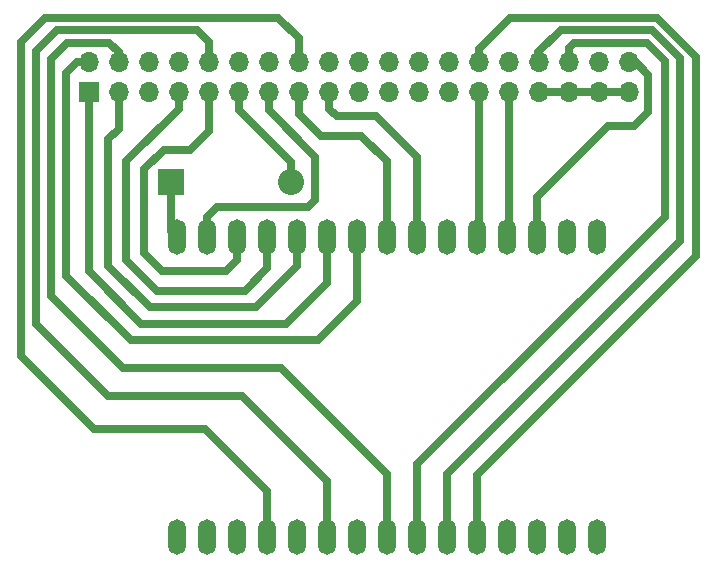
<source format=gbr>
%TF.GenerationSoftware,KiCad,Pcbnew,7.0.2*%
%TF.CreationDate,2024-04-19T19:58:46-03:00*%
%TF.ProjectId,HM_MAIN_ESP32_DEV-01,484d5f4d-4149-44e5-9f45-535033325f44,rev?*%
%TF.SameCoordinates,Original*%
%TF.FileFunction,Copper,L2,Bot*%
%TF.FilePolarity,Positive*%
%FSLAX46Y46*%
G04 Gerber Fmt 4.6, Leading zero omitted, Abs format (unit mm)*
G04 Created by KiCad (PCBNEW 7.0.2) date 2024-04-19 19:58:46*
%MOMM*%
%LPD*%
G01*
G04 APERTURE LIST*
%TA.AperFunction,ComponentPad*%
%ADD10O,1.500000X3.000000*%
%TD*%
%TA.AperFunction,ComponentPad*%
%ADD11R,2.200000X2.200000*%
%TD*%
%TA.AperFunction,ComponentPad*%
%ADD12O,2.200000X2.200000*%
%TD*%
%TA.AperFunction,ComponentPad*%
%ADD13R,1.700000X1.700000*%
%TD*%
%TA.AperFunction,ComponentPad*%
%ADD14O,1.700000X1.700000*%
%TD*%
%TA.AperFunction,Conductor*%
%ADD15C,0.700000*%
%TD*%
G04 APERTURE END LIST*
D10*
%TO.P,M1,3V3,3V3*%
%TO.N,unconnected-(M1-Pad3V3)*%
X82632380Y-85118200D03*
%TO.P,M1,D1,IO1*%
%TO.N,MAIN_TX*%
X113109840Y-85118200D03*
%TO.P,M1,D2,IO2*%
%TO.N,R_SH_PWM*%
X90252380Y-85118200D03*
%TO.P,M1,D3,IO3*%
%TO.N,MAIN_RX*%
X110569840Y-85118200D03*
%TO.P,M1,D4,IO4*%
%TO.N,R_TX_PWM*%
X92792380Y-85118200D03*
%TO.P,M1,D5,IO5*%
%TO.N,L_TX_PWM*%
X100409840Y-85118200D03*
%TO.P,M1,D12,IO12*%
%TO.N,L_TG_PWM*%
X90252380Y-59715660D03*
%TO.P,M1,D13,IO13*%
%TO.N,L_HP_PWM*%
X87712380Y-59715660D03*
%TO.P,M1,D14,IO14*%
%TO.N,L_KN_PWM*%
X92792380Y-59715660D03*
%TO.P,M1,D15,IO15*%
%TO.N,R_ELB_PWM*%
X87712380Y-85118200D03*
%TO.P,M1,D16,IO16*%
%TO.N,L_ELB_PWM*%
X95332380Y-85118200D03*
%TO.P,M1,D17,IO17*%
%TO.N,L_SH_PWM*%
X97872380Y-85118200D03*
%TO.P,M1,D18,IO18*%
%TO.N,R_HP_PWM*%
X102949840Y-85118200D03*
%TO.P,M1,D19,IO19*%
%TO.N,R_TG_PWM*%
X105489840Y-85118200D03*
%TO.P,M1,D21,IO21*%
%TO.N,R_KN_PWM*%
X108029840Y-85118200D03*
%TO.P,M1,D22,IO22*%
%TO.N,R_ANK_PWM*%
X115649840Y-85118200D03*
%TO.P,M1,D23,IO23*%
%TO.N,R_FT_PWM*%
X118189840Y-85118200D03*
%TO.P,M1,D25,IO25*%
%TO.N,SCL*%
X100409840Y-59715660D03*
%TO.P,M1,D26,IO26*%
%TO.N,L_FT_PWM*%
X97872380Y-59715660D03*
%TO.P,M1,D27,IO27*%
%TO.N,L_ANK_PWM*%
X95332380Y-59715660D03*
%TO.P,M1,D32,IO32*%
%TO.N,SERVO_CONTROL*%
X105489840Y-59715660D03*
%TO.P,M1,D33,IO33*%
%TO.N,SDA*%
X102949840Y-59715660D03*
%TO.P,M1,D34,IO34*%
%TO.N,SHUTOFF*%
X110569840Y-59715660D03*
%TO.P,M1,D35,IO35*%
%TO.N,I_SENS*%
X108029840Y-59715660D03*
%TO.P,M1,D36,VP-OI36*%
%TO.N,R_FT_ANGLE*%
X115649840Y-59715660D03*
%TO.P,M1,D39,VN-IO39*%
%TO.N,L_FT_ANGLE*%
X113109840Y-59715660D03*
%TO.P,M1,EN,EN*%
%TO.N,unconnected-(M1-PadEN)*%
X118189840Y-59715660D03*
%TO.P,M1,GND@1,GND*%
%TO.N,GND*%
X85172380Y-59715660D03*
%TO.P,M1,GND@2,GND*%
%TO.N,unconnected-(M1-GND-PadGND@2)*%
X85172380Y-85118200D03*
%TO.P,M1,VIN,VIN*%
%TO.N,Net-(D1-K)*%
X82632380Y-59715660D03*
%TD*%
D11*
%TO.P,D1,1,K*%
%TO.N,Net-(D1-K)*%
X82120000Y-55060000D03*
D12*
%TO.P,D1,2,A*%
%TO.N,SERVO_VCC*%
X92280000Y-55060000D03*
%TD*%
D13*
%TO.P,J2,1,Pin_1*%
%TO.N,L_ANK_PWM*%
X75140160Y-47464340D03*
D14*
%TO.P,J2,2,Pin_2*%
%TO.N,L_FT_PWM*%
X75140160Y-44924340D03*
%TO.P,J2,3,Pin_3*%
%TO.N,L_KN_PWM*%
X77680160Y-47464340D03*
%TO.P,J2,4,Pin_4*%
%TO.N,L_TX_PWM*%
X77680160Y-44924340D03*
%TO.P,J2,5,Pin_5*%
%TO.N,unconnected-(J2-Pin_5-Pad5)*%
X80220160Y-47464340D03*
%TO.P,J2,6,Pin_6*%
%TO.N,L_SH_PWM*%
X80220160Y-44924340D03*
%TO.P,J2,7,Pin_7*%
%TO.N,L_TG_PWM*%
X82760160Y-47464340D03*
%TO.P,J2,8,Pin_8*%
%TO.N,unconnected-(J2-Pin_8-Pad8)*%
X82760160Y-44924340D03*
%TO.P,J2,9,Pin_9*%
%TO.N,L_HP_PWM*%
X85300160Y-47464340D03*
%TO.P,J2,10,Pin_10*%
%TO.N,L_ELB_PWM*%
X85300160Y-44924340D03*
%TO.P,J2,11,Pin_11*%
%TO.N,SERVO_VCC*%
X87840160Y-47464340D03*
%TO.P,J2,12,Pin_12*%
%TO.N,unconnected-(J2-Pin_12-Pad12)*%
X87840160Y-44924340D03*
%TO.P,J2,13,Pin_13*%
%TO.N,GND*%
X90380160Y-47464340D03*
%TO.P,J2,14,Pin_14*%
%TO.N,R_TX_PWM*%
X90380160Y-44924340D03*
%TO.P,J2,15,Pin_15*%
%TO.N,SCL*%
X92920160Y-47464340D03*
%TO.P,J2,16,Pin_16*%
%TO.N,R_SH_PWM*%
X92920160Y-44924340D03*
%TO.P,J2,17,Pin_17*%
%TO.N,SDA*%
X95460160Y-47464340D03*
%TO.P,J2,18,Pin_18*%
%TO.N,unconnected-(J2-Pin_18-Pad18)*%
X95460160Y-44924340D03*
%TO.P,J2,19,Pin_19*%
%TO.N,MAIN_RX*%
X98000160Y-47464340D03*
%TO.P,J2,20,Pin_20*%
%TO.N,R_ELB_PWM*%
X98000160Y-44924340D03*
%TO.P,J2,21,Pin_21*%
%TO.N,MAIN_TX*%
X100540160Y-47464340D03*
%TO.P,J2,22,Pin_22*%
%TO.N,unconnected-(J2-Pin_22-Pad22)*%
X100540160Y-44924340D03*
%TO.P,J2,23,Pin_23*%
%TO.N,HD_PWM*%
X103080160Y-47464340D03*
%TO.P,J2,24,Pin_24*%
%TO.N,R_FT_PWM*%
X103080160Y-44924340D03*
%TO.P,J2,25,Pin_25*%
%TO.N,+3V3*%
X105620160Y-47464340D03*
%TO.P,J2,26,Pin_26*%
%TO.N,R_ANK_PWM*%
X105620160Y-44924340D03*
%TO.P,J2,27,Pin_27*%
%TO.N,I_SENS*%
X108160160Y-47464340D03*
%TO.P,J2,28,Pin_28*%
%TO.N,R_KN_PWM*%
X108160160Y-44924340D03*
%TO.P,J2,29,Pin_29*%
%TO.N,SHUTOFF*%
X110700160Y-47464340D03*
%TO.P,J2,30,Pin_30*%
%TO.N,unconnected-(J2-Pin_30-Pad30)*%
X110700160Y-44924340D03*
%TO.P,J2,31,Pin_31*%
%TO.N,SERVO_CONTROL*%
X113240160Y-47464340D03*
%TO.P,J2,32,Pin_32*%
%TO.N,R_TG_PWM*%
X113240160Y-44924340D03*
%TO.P,J2,33,Pin_33*%
%TO.N,SERVO_CONTROL*%
X115780160Y-47464340D03*
%TO.P,J2,34,Pin_34*%
%TO.N,R_HP_PWM*%
X115780160Y-44924340D03*
%TO.P,J2,35,Pin_35*%
%TO.N,SERVO_CONTROL*%
X118320160Y-47464340D03*
%TO.P,J2,36,Pin_36*%
%TO.N,R_FT_ANGLE*%
X118320160Y-44924340D03*
%TO.P,J2,37,Pin_37*%
%TO.N,SERVO_CONTROL*%
X120860160Y-47464340D03*
%TO.P,J2,38,Pin_38*%
%TO.N,L_FT_ANGLE*%
X120860160Y-44924340D03*
%TD*%
D15*
%TO.N,SERVO_VCC*%
X92280000Y-53429680D02*
X87840160Y-48989840D01*
X87840160Y-47464340D02*
X87840160Y-48989840D01*
X92280000Y-55060000D02*
X92280000Y-53429680D01*
%TO.N,Net-(D1-K)*%
X82120000Y-55060000D02*
X82120000Y-59203280D01*
X82632380Y-59715660D02*
X82612380Y-59695660D01*
X82120000Y-59203280D02*
X82632380Y-59715660D01*
%TO.N,L_FT_ANGLE*%
X119085660Y-50344340D02*
X113109840Y-56320160D01*
X122530000Y-49124500D02*
X121310160Y-50344340D01*
X120860160Y-44924340D02*
X121454340Y-44924340D01*
X121454340Y-44924340D02*
X122530000Y-46000000D01*
X122530000Y-46000000D02*
X122530000Y-49124500D01*
X113109840Y-56320160D02*
X113109840Y-59715660D01*
X121310160Y-50344340D02*
X119085660Y-50344340D01*
%TO.N,R_HP_PWM*%
X122390000Y-43280000D02*
X116222419Y-43280000D01*
X102949840Y-78990160D02*
X123920000Y-58020000D01*
X123920000Y-44810000D02*
X122390000Y-43280000D01*
X116222419Y-43280000D02*
X115780160Y-43722259D01*
X102949840Y-85118200D02*
X102949840Y-78990160D01*
X115780160Y-43722259D02*
X115780160Y-44924340D01*
X123920000Y-58020000D02*
X123920000Y-44810000D01*
%TO.N,R_TG_PWM*%
X122810000Y-42190000D02*
X115090000Y-42190000D01*
X125230000Y-60070000D02*
X125230000Y-44610000D01*
X105489840Y-79810160D02*
X125230000Y-60070000D01*
X115090000Y-42190000D02*
X113164500Y-44115500D01*
X105489840Y-85118200D02*
X105489840Y-79810160D01*
X113164500Y-44115500D02*
X113164500Y-44848680D01*
X125230000Y-44610000D02*
X122810000Y-42190000D01*
%TO.N,R_KN_PWM*%
X123220000Y-41170000D02*
X110770000Y-41170000D01*
X108029840Y-85118200D02*
X108029840Y-79880160D01*
X126530000Y-61380000D02*
X126530000Y-44480000D01*
X108029840Y-79880160D02*
X126530000Y-61380000D01*
X108160160Y-43779840D02*
X108160160Y-44924340D01*
X126530000Y-44480000D02*
X123220000Y-41170000D01*
X110770000Y-41170000D02*
X108160160Y-43779840D01*
%TO.N,I_SENS*%
X108110000Y-59635500D02*
X108029840Y-59715660D01*
X108160160Y-59585340D02*
X108029840Y-59715660D01*
X108160160Y-47464340D02*
X108160160Y-59585340D01*
%TO.N,R_FT_PWM*%
X118189840Y-85118200D02*
X118421640Y-85350000D01*
%TO.N,SDA*%
X102949840Y-52989840D02*
X102949840Y-59715660D01*
X95460160Y-48870160D02*
X96120000Y-49530000D01*
X96120000Y-49530000D02*
X99490000Y-49530000D01*
X103000000Y-59665500D02*
X102949840Y-59715660D01*
X99490000Y-49530000D02*
X102949840Y-52989840D01*
X95460160Y-47464340D02*
X95460160Y-48870160D01*
%TO.N,SHUTOFF*%
X110650000Y-59635500D02*
X110569840Y-59715660D01*
X110700160Y-59585340D02*
X110569840Y-59715660D01*
X110700160Y-47464340D02*
X110700160Y-59585340D01*
%TO.N,R_SH_PWM*%
X91150000Y-41160000D02*
X71470000Y-41160000D01*
X92920160Y-42930160D02*
X91150000Y-41160000D01*
X85000000Y-76020000D02*
X90252380Y-81272380D01*
X75600000Y-76020000D02*
X85000000Y-76020000D01*
X69420000Y-69840000D02*
X75600000Y-76020000D01*
X92920160Y-44924340D02*
X92920160Y-42930160D01*
X90252380Y-81272380D02*
X90252380Y-85118200D01*
X69420000Y-43210000D02*
X69420000Y-69840000D01*
X71470000Y-41160000D02*
X69420000Y-43210000D01*
%TO.N,SCL*%
X92920160Y-49320160D02*
X94760000Y-51160000D01*
X92920160Y-47464340D02*
X92920160Y-49320160D01*
X94760000Y-51160000D02*
X98230000Y-51160000D01*
X100409840Y-53339840D02*
X100409840Y-59715660D01*
X98230000Y-51160000D02*
X100409840Y-53339840D01*
%TO.N,GND*%
X86000000Y-57230000D02*
X85172380Y-58057620D01*
X90380160Y-47464340D02*
X90380160Y-49000160D01*
X93660000Y-57230000D02*
X86000000Y-57230000D01*
X94310000Y-56580000D02*
X93660000Y-57230000D01*
X90380160Y-49000160D02*
X94310000Y-52930000D01*
X94310000Y-52930000D02*
X94310000Y-56580000D01*
X85172380Y-58057620D02*
X85172380Y-59715660D01*
%TO.N,L_ELB_PWM*%
X70670000Y-44020000D02*
X70670000Y-67070000D01*
X85300160Y-43200160D02*
X84330000Y-42230000D01*
X76800000Y-73200000D02*
X88150000Y-73200000D01*
X85300160Y-44924340D02*
X85300160Y-43200160D01*
X70670000Y-67070000D02*
X76800000Y-73200000D01*
X95332380Y-80382380D02*
X95332380Y-85118200D01*
X88150000Y-73200000D02*
X95332380Y-80382380D01*
X72460000Y-42230000D02*
X70670000Y-44020000D01*
X84330000Y-42230000D02*
X72460000Y-42230000D01*
%TO.N,L_HP_PWM*%
X79840000Y-61110000D02*
X81380000Y-62650000D01*
X85300160Y-47464340D02*
X85300160Y-50759840D01*
X87712380Y-61657620D02*
X87712380Y-59715660D01*
X83720000Y-52340000D02*
X81500000Y-52340000D01*
X81380000Y-62650000D02*
X86720000Y-62650000D01*
X81500000Y-52340000D02*
X79840000Y-54000000D01*
X85300160Y-50759840D02*
X83720000Y-52340000D01*
X86720000Y-62650000D02*
X87712380Y-61657620D01*
X79840000Y-54000000D02*
X79840000Y-61110000D01*
%TO.N,L_TG_PWM*%
X90252380Y-62387620D02*
X90252380Y-59715660D01*
X78300000Y-61700000D02*
X80900000Y-64300000D01*
X80900000Y-64300000D02*
X88340000Y-64300000D01*
X82760160Y-47464340D02*
X82760160Y-48875626D01*
X78300000Y-53335786D02*
X78300000Y-61700000D01*
X82760160Y-48875626D02*
X78300000Y-53335786D01*
X88340000Y-64300000D02*
X90252380Y-62387620D01*
%TO.N,L_TX_PWM*%
X76880000Y-43310000D02*
X73280000Y-43310000D01*
X73280000Y-43310000D02*
X71950000Y-44640000D01*
X71950000Y-44640000D02*
X71950000Y-64710000D01*
X77680160Y-44924340D02*
X77680160Y-44110160D01*
X100409840Y-79829840D02*
X100409840Y-85118200D01*
X71950000Y-64710000D02*
X78040000Y-70800000D01*
X78040000Y-70800000D02*
X91380000Y-70800000D01*
X91380000Y-70800000D02*
X100409840Y-79829840D01*
X77680160Y-44110160D02*
X76880000Y-43310000D01*
%TO.N,L_KN_PWM*%
X76800000Y-62170000D02*
X76800000Y-51450000D01*
X77680160Y-50569840D02*
X77680160Y-47464340D01*
X80310000Y-65680000D02*
X76800000Y-62170000D01*
X92792380Y-62177620D02*
X89290000Y-65680000D01*
X76800000Y-51450000D02*
X77680160Y-50569840D01*
X89290000Y-65680000D02*
X80310000Y-65680000D01*
X92792380Y-59715660D02*
X92792380Y-62177620D01*
%TO.N,L_FT_PWM*%
X78700000Y-68480000D02*
X94510000Y-68480000D01*
X75140160Y-44924340D02*
X74135660Y-44924340D01*
X73220000Y-63000000D02*
X78700000Y-68480000D01*
X73220000Y-45840000D02*
X73220000Y-63000000D01*
X97872380Y-65117620D02*
X97872380Y-59715660D01*
X94510000Y-68480000D02*
X97872380Y-65117620D01*
X74135660Y-44924340D02*
X73220000Y-45840000D01*
%TO.N,L_ANK_PWM*%
X95332380Y-63627620D02*
X95332380Y-59715660D01*
X79590000Y-67090000D02*
X91870000Y-67090000D01*
X75140160Y-62640160D02*
X79590000Y-67090000D01*
X91870000Y-67090000D02*
X95332380Y-63627620D01*
X75140160Y-47464340D02*
X75140160Y-62640160D01*
%TO.N,SERVO_CONTROL*%
X113180000Y-47524500D02*
X113240160Y-47464340D01*
X105560000Y-59645500D02*
X105489840Y-59715660D01*
X120860160Y-47464340D02*
X113240160Y-47464340D01*
%TD*%
M02*

</source>
